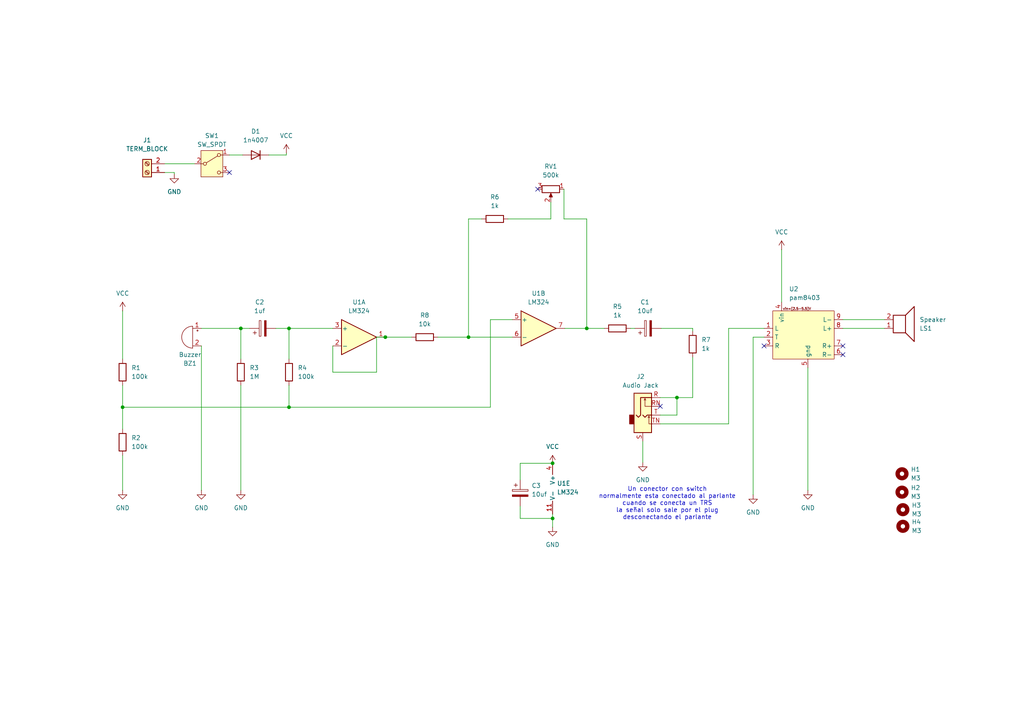
<source format=kicad_sch>
(kicad_sch (version 20250114) (generator "eeschema") (generator_version "9.0")
  (paper "A4")
  (title_block (title "bongazo_examen") (date "2025-06-19") (company "dis8644"))
  (lib_symbols
    (symbol "Amplifier_Operational:LM324" (pin_names (offset 0.127))
      (property "Reference" "U" (at 0 5.08 0))
      (property "Value" "LM324" (at 0 -5.08 0))
      (symbol "LM324_1_1"
        (polyline (pts (xy -5.08 5.08) (xy 5.08 0) (xy -5.08 -5.08) (xy -5.08 5.08)) (stroke (width 0.254)) (fill (type background)))
        (pin input line (at -7.62 2.54 0) (length 2.54) (name "+") (number "3"))
        (pin input line (at -7.62 -2.54 0) (length 2.54) (name "-") (number "2"))
        (pin output line (at 7.62 0 180) (length 2.54) (name "~") (number "1"))
      )
      (symbol "LM324_2_1"
        (polyline (pts (xy -5.08 5.08) (xy 5.08 0) (xy -5.08 -5.08) (xy -5.08 5.08)) (stroke (width 0.254)) (fill (type background)))
        (pin input line (at -7.62 2.54 0) (length 2.54) (name "+") (number "5"))
        (pin input line (at -7.62 -2.54 0) (length 2.54) (name "-") (number "6"))
        (pin output line (at 7.62 0 180) (length 2.54) (name "~") (number "7"))
      )
      (symbol "LM324_3_1"
        (polyline (pts (xy -5.08 5.08) (xy 5.08 0) (xy -5.08 -5.08) (xy -5.08 5.08)) (stroke (width 0.254)) (fill (type background)))
        (pin input line (at -7.62 2.54 0) (length 2.54) (name "+") (number "10"))
        (pin input line (at -7.62 -2.54 0) (length 2.54) (name "-") (number "9"))
        (pin output line (at 7.62 0 180) (length 2.54) (name "~") (number "8"))
      )
      (symbol "LM324_4_1"
        (polyline (pts (xy -5.08 5.08) (xy 5.08 0) (xy -5.08 -5.08) (xy -5.08 5.08)) (stroke (width 0.254)) (fill (type background)))
        (pin input line (at -7.62 2.54 0) (length 2.54) (name "+") (number "12"))
        (pin input line (at -7.62 -2.54 0) (length 2.54) (name "-") (number "13"))
        (pin output line (at 7.62 0 180) (length 2.54) (name "~") (number "14"))
      )
      (symbol "LM324_5_1"
        (pin power_in line (at -2.54 7.62 270) (length 3.81) (name "V+") (number "4"))
        (pin power_in line (at -2.54 -7.62 90) (length 3.81) (name "V-") (number "11"))
      )
    )
    (symbol "Connector:Screw_Terminal_01x02" (pin_names (offset 1.016) (hide yes))
      (property "Reference" "J" (at 0 2.54 0))
      (property "Value" "Screw_Terminal_01x02" (at 0 -5.08 0))
      (symbol "Screw_Terminal_01x02_1_1"
        (rectangle (start -1.27 1.27) (end 1.27 -3.81) (stroke (width 0.254)) (fill (type background)))
        (polyline (pts (xy -0.5334 0.3302) (xy 0.3302 -0.508)) (stroke (width 0.1524)))
        (polyline (pts (xy -0.5334 -2.2098) (xy 0.3302 -3.048)) (stroke (width 0.1524)))
        (polyline (pts (xy -0.3556 0.508) (xy 0.508 -0.3302)) (stroke (width 0.1524)))
        (polyline (pts (xy -0.3556 -2.032) (xy 0.508 -2.8702)) (stroke (width 0.1524)))
        (circle (center 0 0) (radius 0.635) (stroke (width 0.1524)))
        (circle (center 0 -2.54) (radius 0.635) (stroke (width 0.1524)))
        (pin passive line (at -5.08 0 0) (length 3.81) (name "Pin_1") (number "1"))
        (pin passive line (at -5.08 -2.54 0) (length 3.81) (name "Pin_2") (number "2"))
      )
    )
    (symbol "Connector_Audio:AudioJack2_Ground_Switch"
      (property "Reference" "J2" (at -0.635 11.176 0))
      (property "Value" "Audio Jack" (at -0.635 8.636 0))
      (symbol "AudioJack2_Ground_Switch_0_1"
        (rectangle (start -2.54 -2.54) (end -3.81 0) (stroke (width 0.254)) (fill (type outline)))
        (rectangle (start 2.54 6.35) (end -2.54 -5.08) (stroke (width 0.254)) (fill (type background)))
      )
      (symbol "AudioJack2_Ground_Switch_1_1"
        (polyline (pts (xy 0 0) (xy 0.635 -0.635) (xy 1.27 0) (xy 2.54 0)) (stroke (width 0.254)))
        (polyline (pts (xy 0.635 4.826) (xy 0.889 4.318)))
        (polyline (pts (xy 1.778 -0.254) (xy 2.032 -0.762)))
        (polyline (pts (xy 2.54 5.08) (xy -0.635 5.08) (xy -0.635 0) (xy -1.27 -0.635) (xy -1.905 0)) (stroke (width 0.254)))
        (polyline (pts (xy 2.54 2.54) (xy 0.635 2.54) (xy 0.635 4.826) (xy 0.381 4.318)))
        (polyline (pts (xy 2.54 -2.54) (xy 1.778 -2.54) (xy 1.778 -0.254) (xy 1.524 -0.762)))
        (pin passive line (at 0 -7.62 90) (length 2.54) (name "~") (number "S"))
        (pin passive line (at 5.08 5.08 180) (length 2.54) (name "~") (number "R"))
        (pin passive line (at 5.08 2.54 180) (length 2.54) (name "~") (number "RN"))
        (pin passive line (at 5.08 0 180) (length 2.54) (name "~") (number "T"))
        (pin passive line (at 5.08 -2.54 180) (length 2.54) (name "~") (number "TN"))
      )
    )
    (symbol "Device:Buzzer" (pin_names (offset 0.0254) (hide yes))
      (property "Reference" "BZ" (at 3.81 1.27 0))
      (property "Value" "Buzzer" (at 3.81 -1.27 0))
      (symbol "Buzzer_0_1"
        (polyline (pts (xy -1.651 1.905) (xy -1.143 1.905)))
        (polyline (pts (xy -1.397 2.159) (xy -1.397 1.651)))
        (arc (start 0 3.175) (mid 3.1612 0) (end 0 -3.175))
        (polyline (pts (xy 0 3.175) (xy 0 -3.175)))
      )
      (symbol "Buzzer_1_1"
        (pin passive line (at -2.54 2.54 0) (length 2.54) (name "+") (number "1"))
        (pin passive line (at -2.54 -2.54 0) (length 2.54) (name "-") (number "2"))
      )
    )
    (symbol "Device:C_Polarized" (pin_numbers (hide yes)) (pin_names (offset 0.254))
      (property "Reference" "C" (at 0.635 2.54 0))
      (property "Value" "C_Polarized" (at 0.635 -2.54 0))
      (symbol "C_Polarized_0_1"
        (rectangle (start -2.286 0.508) (end 2.286 1.016))
        (polyline (pts (xy -1.778 2.286) (xy -0.762 2.286)))
        (polyline (pts (xy -1.27 2.794) (xy -1.27 1.778)))
        (rectangle (start 2.286 -0.508) (end -2.286 -1.016) (fill (type outline)))
      )
      (symbol "C_Polarized_1_1"
        (pin passive line (at 0 3.81 270) (length 2.794) (name "~") (number "1"))
        (pin passive line (at 0 -3.81 90) (length 2.794) (name "~") (number "2"))
      )
    )
    (symbol "Device:D" (pin_numbers (hide yes)) (pin_names (offset 1.016) (hide yes))
      (property "Reference" "D" (at 0 2.54 0))
      (property "Value" "D" (at 0 -2.54 0))
      (symbol "D_0_1"
        (polyline (pts (xy -1.27 1.27) (xy -1.27 -1.27)) (stroke (width 0.254)))
        (polyline (pts (xy 1.27 1.27) (xy 1.27 -1.27) (xy -1.27 0) (xy 1.27 1.27)) (stroke (width 0.254)))
        (polyline (pts (xy 1.27 0) (xy -1.27 0)))
      )
      (symbol "D_1_1"
        (pin passive line (at -3.81 0 0) (length 2.54) (name "K") (number "1"))
        (pin passive line (at 3.81 0 180) (length 2.54) (name "A") (number "2"))
      )
    )
    (symbol "Device:R" (pin_numbers (hide yes)) (pin_names (offset 0))
      (property "Reference" "R" (at 2.032 0 90))
      (property "Value" "R" (at 0 0 90))
      (symbol "R_0_1"
        (rectangle (start -1.016 -2.54) (end 1.016 2.54) (stroke (width 0.254)))
      )
      (symbol "R_1_1"
        (pin passive line (at 0 3.81 270) (length 1.27) (name "~") (number "1"))
        (pin passive line (at 0 -3.81 90) (length 1.27) (name "~") (number "2"))
      )
    )
    (symbol "Device:R_Potentiometer" (pin_names (offset 1.016) (hide yes))
      (property "Reference" "RV" (at -4.445 0 90))
      (property "Value" "R_Potentiometer" (at -2.54 0 90))
      (symbol "R_Potentiometer_0_1"
        (rectangle (start 1.016 2.54) (end -1.016 -2.54) (stroke (width 0.254)))
        (polyline (pts (xy 1.143 0) (xy 2.286 0.508) (xy 2.286 -0.508) (xy 1.143 0)) (fill (type outline)))
        (polyline (pts (xy 2.54 0) (xy 1.524 0)))
      )
      (symbol "R_Potentiometer_1_1"
        (pin passive line (at 0 3.81 270) (length 1.27) (name "1") (number "1"))
        (pin passive line (at 0 -3.81 90) (length 1.27) (name "3") (number "3"))
        (pin passive line (at 3.81 0 180) (length 1.27) (name "2") (number "2"))
      )
    )
    (symbol "Device:Speaker" (pin_names (offset 0) (hide yes))
      (property "Reference" "LS" (at 1.27 5.715 0))
      (property "Value" "Speaker" (at 1.27 3.81 0))
      (symbol "Speaker_0_0"
        (rectangle (start -2.54 1.27) (end 1.016 -3.81) (stroke (width 0.254)))
        (polyline (pts (xy 1.016 1.27) (xy 3.556 3.81) (xy 3.556 -6.35) (xy 1.016 -3.81)) (stroke (width 0.254)))
      )
      (symbol "Speaker_1_1"
        (pin input line (at -5.08 0 0) (length 2.54) (name "1") (number "1"))
        (pin input line (at -5.08 -2.54 0) (length 2.54) (name "2") (number "2"))
      )
    )
    (symbol "Mechanical:MountingHole" (pin_names (offset 1.016)) (in_bom no)
      (property "Reference" "H" (at 0 5.08 0))
      (property "Value" "MountingHole" (at 0 3.175 0))
      (symbol "MountingHole_0_1"
        (circle (center 0 0) (radius 1.27) (stroke (width 1.27)))
      )
    )
    (symbol "Switch:SW_SPDT" (pin_names (offset 0) (hide yes))
      (property "Reference" "SW" (at 0 5.08 0))
      (property "Value" "SW_SPDT" (at 0 -5.08 0))
      (symbol "SW_SPDT_0_1"
        (circle (center -2.032 0) (radius 0.4572))
        (polyline (pts (xy -1.651 0.254) (xy 1.651 2.286)))
        (circle (center 2.032 2.54) (radius 0.4572))
        (circle (center 2.032 -2.54) (radius 0.4572))
      )
      (symbol "SW_SPDT_1_1"
        (rectangle (start -3.175 3.81) (end 3.175 -3.81) (fill (type background)))
        (pin passive line (at -5.08 0 0) (length 2.54) (name "B") (number "2"))
        (pin passive line (at 5.08 2.54 180) (length 2.54) (name "A") (number "1"))
        (pin passive line (at 5.08 -2.54 180) (length 2.54) (name "C") (number "3"))
      )
    )
    (symbol "pam8403:pam8403"
      (property "Reference" "U?" (at -3.6956 13.97 0))
      (property "Value" "pam8403" (at -3.6956 11.43 0))
      (symbol "pam8403_0_0"
        (rectangle (start -8.255 7.62) (end 9.525 -6.35) (fill (type background)))
        (text "vin=[2.5-5.5]V" (at -1.27 8.255 0) (effects (font (size 0.7 0.7))))
      )
      (symbol "pam8403_1_1"
        (pin passive line (at -10.795 2.54 0) (length 2.54) (name "L") (number "1"))
        (pin passive line (at -10.795 0 0) (length 2.54) (name "T") (number "2"))
        (pin passive line (at -10.795 -2.54 0) (length 2.54) (name "R") (number "3"))
        (pin passive line (at -5.715 10.16 270) (length 2.54) (name "vin") (number "4"))
        (pin passive line (at 1.905 -8.89 90) (length 2.54) (name "gnd") (number "5"))
        (pin passive line (at 12.065 5.08 180) (length 2.54) (name "L-") (number "9"))
        (pin passive line (at 12.065 2.54 180) (length 2.54) (name "L+") (number "8"))
        (pin passive line (at 12.065 -2.54 180) (length 2.54) (name "R+") (number "7"))
        (pin passive line (at 12.065 -5.08 180) (length 2.54) (name "R-") (number "6"))
      )
    )
    (symbol "power:GND" (power) (pin_numbers (hide yes)) (pin_names (offset 0) (hide yes))
      (property "Value" "GND" (at 0 -3.81 0))
      (symbol "GND_0_1"
        (polyline (pts (xy 0 0) (xy 0 -1.27) (xy 1.27 -1.27) (xy 0 -2.54) (xy -1.27 -1.27) (xy 0 -1.27)))
      )
      (symbol "GND_1_1"
        (pin power_in line (at 0 0 270) (length 0) (name "~") (number "1"))
      )
    )
    (symbol "power:VCC" (power) (pin_numbers (hide yes)) (pin_names (offset 0) (hide yes))
      (property "Value" "VCC" (at 0 3.556 0))
      (symbol "VCC_0_1"
        (polyline (pts (xy -0.762 1.27) (xy 0 2.54)))
        (polyline (pts (xy 0 2.54) (xy 0.762 1.27)))
        (polyline (pts (xy 0 0) (xy 0 2.54)))
      )
      (symbol "VCC_1_1"
        (pin power_in line (at 0 0 90) (length 0) (name "~") (number "1"))
      )
    )
  )
  (text "Un conector con switch\nnormalmente esta conectado al parlante\ncuando se conecta un TRS\nla señal solo sale por el plug\ndesconectando el parlante" (at 193.548 146.05 0) (effects (font (size 1.27 1.27))))
  (junction (at 196.342 115.316))
  (junction (at 111.76 97.79))
  (junction (at 135.89 97.79))
  (junction (at 69.85 95.25))
  (junction (at 35.56 118.11))
  (junction (at 160.274 134.366))
  (junction (at 83.82 118.11))
  (junction (at 160.274 150.368))
  (junction (at 83.82 95.25))
  (junction (at 170.18 95.25))
  (no_connect (at 244.475 102.87))
  (no_connect (at 221.615 100.33))
  (no_connect (at 66.548 50.038))
  (no_connect (at 244.475 100.33))
  (no_connect (at 155.956 54.864))
  (no_connect (at 191.516 117.856))
  (wire (pts (xy 35.56 118.11) (xy 35.56 124.46)))
  (wire (pts (xy 35.56 111.76) (xy 35.56 118.11)))
  (wire (pts (xy 83.82 111.76) (xy 83.82 118.11)))
  (wire (pts (xy 50.546 50.038) (xy 50.546 50.546)))
  (wire (pts (xy 196.342 115.316) (xy 196.342 120.396)))
  (wire (pts (xy 244.475 92.71) (xy 256.54 92.71)))
  (wire (pts (xy 211.328 95.25) (xy 221.615 95.25)))
  (wire (pts (xy 150.876 146.812) (xy 150.876 150.368)))
  (wire (pts (xy 47.752 47.498) (xy 56.388 47.498)))
  (wire (pts (xy 150.876 134.366) (xy 160.274 134.366)))
  (wire (pts (xy 142.24 92.71) (xy 142.24 118.11)))
  (wire (pts (xy 83.82 95.25) (xy 83.82 104.14)))
  (wire (pts (xy 234.315 142.24) (xy 234.315 106.68)))
  (wire (pts (xy 47.752 50.038) (xy 50.546 50.038)))
  (wire (pts (xy 142.24 118.11) (xy 83.82 118.11)))
  (wire (pts (xy 160.274 149.098) (xy 160.274 150.368)))
  (wire (pts (xy 163.576 54.864) (xy 163.576 63.5)))
  (wire (pts (xy 244.475 95.25) (xy 256.54 95.25)))
  (wire (pts (xy 58.42 95.25) (xy 69.85 95.25)))
  (wire (pts (xy 150.876 139.192) (xy 150.876 134.366)))
  (wire (pts (xy 170.18 63.5) (xy 170.18 95.25)))
  (wire (pts (xy 66.548 44.958) (xy 70.358 44.958)))
  (wire (pts (xy 80.01 95.25) (xy 83.82 95.25)))
  (wire (pts (xy 69.85 95.25) (xy 69.85 104.14)))
  (wire (pts (xy 200.914 96.012) (xy 200.914 95.25)))
  (wire (pts (xy 159.766 63.5) (xy 159.766 58.674)))
  (wire (pts (xy 211.328 122.936) (xy 211.328 95.25)))
  (wire (pts (xy 186.436 128.016) (xy 186.436 134.112)))
  (wire (pts (xy 77.978 44.958) (xy 83.058 44.958)))
  (wire (pts (xy 148.59 92.71) (xy 142.24 92.71)))
  (wire (pts (xy 226.695 72.39) (xy 226.695 87.63)))
  (wire (pts (xy 163.576 63.5) (xy 170.18 63.5)))
  (wire (pts (xy 69.85 111.76) (xy 69.85 142.24)))
  (wire (pts (xy 200.914 95.25) (xy 191.77 95.25)))
  (wire (pts (xy 139.7 63.5) (xy 135.89 63.5)))
  (wire (pts (xy 83.82 118.11) (xy 35.56 118.11)))
  (wire (pts (xy 200.914 115.316) (xy 196.342 115.316)))
  (wire (pts (xy 135.89 97.79) (xy 148.59 97.79)))
  (wire (pts (xy 150.876 150.368) (xy 160.274 150.368)))
  (wire (pts (xy 58.42 100.33) (xy 58.42 142.24)))
  (wire (pts (xy 111.76 97.79) (xy 119.38 97.79)))
  (wire (pts (xy 72.39 95.25) (xy 69.85 95.25)))
  (wire (pts (xy 135.89 63.5) (xy 135.89 97.79)))
  (wire (pts (xy 83.82 95.25) (xy 96.52 95.25)))
  (wire (pts (xy 191.516 122.936) (xy 211.328 122.936)))
  (wire (pts (xy 160.274 150.368) (xy 160.274 152.908)))
  (wire (pts (xy 196.342 115.316) (xy 191.516 115.316)))
  (wire (pts (xy 218.44 97.79) (xy 221.615 97.79)))
  (wire (pts (xy 35.56 90.17) (xy 35.56 104.14)))
  (wire (pts (xy 218.44 97.79) (xy 218.44 143.51)))
  (wire (pts (xy 96.52 107.95) (xy 109.22 107.95)))
  (wire (pts (xy 160.274 134.366) (xy 160.274 133.858)))
  (wire (pts (xy 83.058 44.958) (xy 83.058 44.45)))
  (wire (pts (xy 182.88 95.25) (xy 184.15 95.25)))
  (wire (pts (xy 163.83 95.25) (xy 170.18 95.25)))
  (wire (pts (xy 147.32 63.5) (xy 159.766 63.5)))
  (wire (pts (xy 109.22 107.95) (xy 109.22 97.79)))
  (wire (pts (xy 170.18 95.25) (xy 175.26 95.25)))
  (wire (pts (xy 35.56 132.08) (xy 35.56 142.24)))
  (wire (pts (xy 160.274 134.62) (xy 160.274 134.366)))
  (wire (pts (xy 200.914 103.632) (xy 200.914 115.316)))
  (wire (pts (xy 96.52 100.33) (xy 96.52 107.95)))
  (wire (pts (xy 196.342 120.396) (xy 191.516 120.396)))
  (wire (pts (xy 111.76 97.79) (xy 109.22 97.79)))
  (wire (pts (xy 127 97.79) (xy 135.89 97.79)))
  (symbol (lib_id "power:GND") (at 69.85 142.24 0) (unit 1)
    (property "Reference" "#PWR03" (effects (hide yes)))
    (property "Value" "GND" (at 69.85 147.32 0))
    (property "Description" "Power symbol creates a global label with name \"GND\" , ground" (effects (hide yes)))
  )
  (symbol (lib_id "power:GND") (at 50.546 50.546 0) (unit 1)
    (property "Reference" "#PWR06" (effects (hide yes)))
    (property "Value" "GND" (at 50.546 55.626 0))
    (property "Description" "Power symbol creates a global label with name \"GND\" , ground" (effects (hide yes)))
  )
  (symbol (lib_id "power:GND") (at 160.274 152.908 0) (unit 1)
    (property "Reference" "#PWR04" (effects (hide yes)))
    (property "Value" "GND" (at 160.274 157.988 0))
    (property "Description" "Power symbol creates a global label with name \"GND\" , ground" (effects (hide yes)))
  )
  (symbol (lib_id "Mechanical:MountingHole") (at 261.874 152.654 0) (unit 1) (in_bom no)
    (property "Reference" "H4" (at 264.414 151.3839 0) (effects (justify left)))
    (property "Value" "M3" (at 264.414 153.9239 0) (effects (justify left)))
    (property "Footprint" "MountingHole:MountingHole_3.2mm_M3" (effects (hide yes)))
    (property "Description" "Mounting Hole without connection" (effects (hide yes)))
  )
  (symbol (lib_id "Mechanical:MountingHole") (at 261.874 147.828 0) (unit 1) (in_bom no)
    (property "Reference" "H3" (at 264.414 146.5579 0) (effects (justify left)))
    (property "Value" "M3" (at 264.414 149.0979 0) (effects (justify left)))
    (property "Footprint" "MountingHole:MountingHole_3.2mm_M3" (effects (hide yes)))
    (property "Description" "Mounting Hole without connection" (effects (hide yes)))
  )
  (symbol (lib_id "power:GND") (at 58.42 142.24 0) (unit 1)
    (property "Reference" "#PWR02" (effects (hide yes)))
    (property "Value" "GND" (at 58.42 147.32 0))
    (property "Description" "Power symbol creates a global label with name \"GND\" , ground" (effects (hide yes)))
  )
  (symbol (lib_id "pam8403:pam8403") (at 232.41 97.79 0) (unit 1)
    (property "Reference" "U2" (at 228.8383 83.82 0) (effects (justify left)))
    (property "Value" "pam8403" (at 228.8383 86.36 0) (effects (justify left)))
    (property "Footprint" "modules_teee2025:pam8403" (effects (hide yes)))
  )
  (symbol (lib_id "Device:R") (at 143.51 63.5 90) (unit 1)
    (property "Reference" "R6" (at 143.51 57.15 90))
    (property "Value" "1k" (at 143.51 59.69 90))
    (property "Footprint" "Resistor_THT:R_Axial_DIN0207_L6.3mm_D2.5mm_P10.16mm_Horizontal" (effects (hide yes)))
    (property "Description" "Resistor" (effects (hide yes)))
  )
  (symbol (lib_id "power:GND") (at 35.56 142.24 0) (unit 1)
    (property "Reference" "#PWR01" (effects (hide yes)))
    (property "Value" "GND" (at 35.56 147.32 0))
    (property "Description" "Power symbol creates a global label with name \"GND\" , ground" (effects (hide yes)))
  )
  (symbol (lib_id "Mechanical:MountingHole") (at 261.62 142.748 0) (unit 1) (in_bom no)
    (property "Reference" "H2" (at 264.16 141.4779 0) (effects (justify left)))
    (property "Value" "M3" (at 264.16 144.0179 0) (effects (justify left)))
    (property "Footprint" "MountingHole:MountingHole_3.2mm_M3" (effects (hide yes)))
    (property "Description" "Mounting Hole without connection" (effects (hide yes)))
  )
  (symbol (lib_id "power:GND") (at 218.44 143.51 0) (unit 1)
    (property "Reference" "#PWR08" (effects (hide yes)))
    (property "Value" "GND" (at 218.44 148.59 0))
    (property "Description" "Power symbol creates a global label with name \"GND\" , ground" (effects (hide yes)))
  )
  (symbol (lib_id "power:VCC") (at 35.56 90.17 0) (unit 1)
    (property "Reference" "#PWR09" (effects (hide yes)))
    (property "Value" "VCC" (at 35.56 85.09 0))
    (property "Description" "Power symbol creates a global label with name \"VCC\"" (effects (hide yes)))
  )
  (symbol (lib_id "Device:R") (at 35.56 107.95 0) (unit 1)
    (property "Reference" "R1" (at 38.1 106.6799 0) (effects (justify left)))
    (property "Value" "100k" (at 38.1 109.2199 0) (effects (justify left)))
    (property "Footprint" "Resistor_THT:R_Axial_DIN0207_L6.3mm_D2.5mm_P10.16mm_Horizontal" (effects (hide yes)))
    (property "Description" "Resistor" (effects (hide yes)))
  )
  (symbol (lib_id "Device:R") (at 69.85 107.95 0) (unit 1)
    (property "Reference" "R3" (at 72.39 106.6799 0) (effects (justify left)))
    (property "Value" "1M" (at 72.39 109.2199 0) (effects (justify left)))
    (property "Footprint" "Resistor_THT:R_Axial_DIN0207_L6.3mm_D2.5mm_P10.16mm_Horizontal" (effects (hide yes)))
    (property "Description" "Resistor" (effects (hide yes)))
  )
  (symbol (lib_id "Device:R") (at 179.07 95.25 90) (unit 1)
    (property "Reference" "R5" (at 179.07 88.9 90))
    (property "Value" "1k" (at 179.07 91.44 90))
    (property "Footprint" "Resistor_THT:R_Axial_DIN0207_L6.3mm_D2.5mm_P10.16mm_Horizontal" (effects (hide yes)))
    (property "Description" "Resistor" (effects (hide yes)))
  )
  (symbol (lib_id "Mechanical:MountingHole") (at 261.62 137.414 0) (unit 1) (in_bom no)
    (property "Reference" "H1" (at 264.16 136.1439 0) (effects (justify left)))
    (property "Value" "M3" (at 264.16 138.6839 0) (effects (justify left)))
    (property "Footprint" "MountingHole:MountingHole_3.2mm_M3" (effects (hide yes)))
    (property "Description" "Mounting Hole without connection" (effects (hide yes)))
  )
  (symbol (lib_id "Device:C_Polarized") (at 187.96 95.25 90) (unit 1)
    (property "Reference" "C1" (at 187.071 87.63 90))
    (property "Value" "10uf" (at 187.071 90.17 90))
    (property "Footprint" "Capacitor_THT:CP_Radial_D6.3mm_P2.50mm" (effects (hide yes)))
    (property "Description" "Polarized capacitor" (effects (hide yes)))
  )
  (symbol (lib_id "Amplifier_Operational:LM324") (at 104.14 97.79 0) (unit 1)
    (property "Reference" "U1" (at 104.14 87.63 0))
    (property "Value" "LM324" (at 104.14 90.17 0))
    (property "Footprint" "Package_DIP:DIP-14_W7.62mm" (effects (hide yes)))
    (property "Datasheet" "http://www.ti.com/lit/ds/symlink/lm2902-n.pdf" (effects (hide yes)))
    (property "Description" "Low-Power, Quad-Operational Amplifiers, DIP-14/SOIC-14/SSOP-14" (effects (hide yes)))
  )
  (symbol (lib_id "Device:R") (at 83.82 107.95 0) (unit 1)
    (property "Reference" "R4" (at 86.36 106.6799 0) (effects (justify left)))
    (property "Value" "100k" (at 86.36 109.2199 0) (effects (justify left)))
    (property "Footprint" "Resistor_THT:R_Axial_DIN0207_L6.3mm_D2.5mm_P10.16mm_Horizontal" (effects (hide yes)))
    (property "Description" "Resistor" (effects (hide yes)))
  )
  (symbol (lib_id "Device:Buzzer") (at 55.88 97.79 0) (mirror y) (unit 1)
    (property "Reference" "BZ1" (at 55.1249 105.41 0))
    (property "Value" "Buzzer" (at 55.1249 102.87 0))
    (property "Footprint" "Buzzer_Beeper:Buzzer_12x9.5RM7.6" (effects (hide yes)))
    (property "Description" "Buzzer, polarized" (effects (hide yes)))
  )
  (symbol (lib_id "Device:C_Polarized") (at 150.876 143.002 0) (unit 1)
    (property "Reference" "C3" (at 154.178 140.8429 0) (effects (justify left)))
    (property "Value" "10uf" (at 154.178 143.3829 0) (effects (justify left)))
    (property "Footprint" "Capacitor_THT:CP_Radial_D6.3mm_P2.50mm" (effects (hide yes)))
    (property "Description" "Polarized capacitor" (effects (hide yes)))
  )
  (symbol (lib_id "Amplifier_Operational:LM324") (at 162.814 141.478 0) (unit 5)
    (property "Reference" "U1" (at 161.544 140.2079 0) (effects (justify left)))
    (property "Value" "LM324" (at 161.544 142.7479 0) (effects (justify left)))
    (property "Footprint" "Package_DIP:DIP-14_W7.62mm" (effects (hide yes)))
    (property "Datasheet" "http://www.ti.com/lit/ds/symlink/lm2902-n.pdf" (effects (hide yes)))
    (property "Description" "Low-Power, Quad-Operational Amplifiers, DIP-14/SOIC-14/SSOP-14" (effects (hide yes)))
  )
  (symbol (lib_id "Device:C_Polarized") (at 76.2 95.25 90) (unit 1)
    (property "Reference" "C2" (at 75.311 87.63 90))
    (property "Value" "1uf" (at 75.311 90.17 90))
    (property "Footprint" "Capacitor_THT:CP_Radial_D6.3mm_P2.50mm" (effects (hide yes)))
    (property "Description" "Polarized capacitor" (effects (hide yes)))
  )
  (symbol (lib_id "power:VCC") (at 226.695 72.39 0) (unit 1)
    (property "Reference" "#PWR011" (effects (hide yes)))
    (property "Value" "VCC" (at 226.695 67.31 0))
    (property "Description" "Power symbol creates a global label with name \"VCC\"" (effects (hide yes)))
  )
  (symbol (lib_id "Connector_Audio:AudioJack2_Ground_Switch") (at 186.436 120.396 0) (unit 1)
    (property "Reference" "J2" (at 185.801 109.22 0))
    (property "Value" "Audio Jack" (at 185.801 111.76 0))
    (property "Footprint" "Connector_Audio:Jack_6.35mm_Neutrik_NRJ6HM-1-AU_Horizontal" (effects (hide yes)))
    (property "Description" "Audio Jack, 2 Poles (Mono / TS), Grounded Sleeve, Switched Pole (Normalling)" (effects (hide yes)))
  )
  (symbol (lib_id "Device:Speaker") (at 261.62 95.25 0) (mirror x) (unit 1)
    (property "Reference" "LS1" (at 266.7 95.2501 0) (effects (justify left)))
    (property "Value" "Speaker" (at 266.7 92.7101 0) (effects (justify left)))
    (property "Footprint" "TerminalBlock:TerminalBlock_MaiXu_MX126-5.0-02P_1x02_P5.00mm" (effects (hide yes)))
    (property "Description" "Speaker" (effects (hide yes)))
  )
  (symbol (lib_id "Device:R_Potentiometer") (at 159.766 54.864 270) (unit 1)
    (property "Reference" "RV1" (at 159.766 48.26 90))
    (property "Value" "500k" (at 159.766 50.8 90))
    (property "Footprint" "Potentiometer_THT:Potentiometer_Alps_RK163_Single_Horizontal" (effects (hide yes)))
    (property "Description" "Potentiometer" (effects (hide yes)))
  )
  (symbol (lib_id "Device:R") (at 123.19 97.79 90) (unit 1)
    (property "Reference" "R8" (at 123.19 91.44 90))
    (property "Value" "10k" (at 123.19 93.98 90))
    (property "Footprint" "Resistor_THT:R_Axial_DIN0207_L6.3mm_D2.5mm_P10.16mm_Horizontal" (effects (hide yes)))
    (property "Description" "Resistor" (effects (hide yes)))
  )
  (symbol (lib_id "Amplifier_Operational:LM324") (at 156.21 95.25 0) (unit 2)
    (property "Reference" "U1" (at 156.21 85.09 0))
    (property "Value" "LM324" (at 156.21 87.63 0))
    (property "Footprint" "Package_DIP:DIP-14_W7.62mm" (effects (hide yes)))
    (property "Datasheet" "http://www.ti.com/lit/ds/symlink/lm2902-n.pdf" (effects (hide yes)))
    (property "Description" "Low-Power, Quad-Operational Amplifiers, DIP-14/SOIC-14/SSOP-14" (effects (hide yes)))
  )
  (symbol (lib_id "power:VCC") (at 160.274 134.62 0) (unit 1)
    (property "Reference" "#PWR012" (effects (hide yes)))
    (property "Value" "VCC" (at 160.274 129.54 0))
    (property "Description" "Power symbol creates a global label with name \"VCC\"" (effects (hide yes)))
  )
  (symbol (lib_id "Device:R") (at 35.56 128.27 0) (unit 1)
    (property "Reference" "R2" (at 38.1 126.9999 0) (effects (justify left)))
    (property "Value" "100k" (at 38.1 129.5399 0) (effects (justify left)))
    (property "Footprint" "Resistor_THT:R_Axial_DIN0207_L6.3mm_D2.5mm_P10.16mm_Horizontal" (effects (hide yes)))
    (property "Description" "Resistor" (effects (hide yes)))
  )
  (symbol (lib_id "power:VCC") (at 83.058 44.45 0) (unit 1)
    (property "Reference" "#PWR013" (effects (hide yes)))
    (property "Value" "VCC" (at 83.058 39.37 0))
    (property "Description" "Power symbol creates a global label with name \"VCC\"" (effects (hide yes)))
  )
  (symbol (lib_id "Connector:Screw_Terminal_01x02") (at 42.672 50.038 180) (unit 1)
    (property "Reference" "J1" (at 42.672 40.64 0))
    (property "Value" "TERM_BLOCK" (at 42.672 43.18 0))
    (property "Footprint" "TerminalBlock:TerminalBlock_bornier-2_P5.08mm" (effects (hide yes)))
    (property "Description" "Generic screw terminal, single row, 01x02, script generated (kicad-library-utils/schlib/autogen/connector/)" (effects (hide yes)))
  )
  (symbol (lib_id "Device:D") (at 74.168 44.958 180) (unit 1)
    (property "Reference" "D1" (at 74.168 38.1 0))
    (property "Value" "1n4007" (at 74.168 40.64 0))
    (property "Footprint" "Diode_THT:D_DO-41_SOD81_P12.70mm_Horizontal" (effects (hide yes)))
    (property "Description" "Diode" (effects (hide yes)))
    (property "Sim.Device" "D" (effects (hide yes)))
    (property "Sim.Pins" "1=K 2=A" (effects (hide yes)))
  )
  (symbol (lib_id "Switch:SW_SPDT") (at 61.468 47.498 0) (unit 1)
    (property "Reference" "SW1" (at 61.468 39.37 0))
    (property "Value" "SW_SPDT" (at 61.468 41.91 0))
    (property "Footprint" "Button_Switch_THT:SW_Slide-03_Wuerth-WS-SLTV_10x2.5x6.4_P2.54mm" (effects (hide yes)))
    (property "Description" "Switch, single pole double throw" (effects (hide yes)))
  )
  (symbol (lib_id "Device:R") (at 200.914 99.822 180) (unit 1)
    (property "Reference" "R7" (at 203.454 98.5519 0) (effects (justify right)))
    (property "Value" "1k" (at 203.454 101.0919 0) (effects (justify right)))
    (property "Footprint" "Resistor_THT:R_Axial_DIN0207_L6.3mm_D2.5mm_P10.16mm_Horizontal" (effects (hide yes)))
    (property "Description" "Resistor" (effects (hide yes)))
  )
  (symbol (lib_id "power:GND") (at 234.315 142.24 0) (unit 1)
    (property "Reference" "#PWR07" (effects (hide yes)))
    (property "Value" "GND" (at 234.315 147.32 0))
    (property "Description" "Power symbol creates a global label with name \"GND\" , ground" (effects (hide yes)))
  )
  (symbol (lib_id "power:GND") (at 186.436 134.112 0) (unit 1)
    (property "Reference" "#PWR05" (effects (hide yes)))
    (property "Value" "GND" (at 186.436 139.192 0))
    (property "Description" "Power symbol creates a global label with name \"GND\" , ground" (effects (hide yes)))
  )
)
</source>
